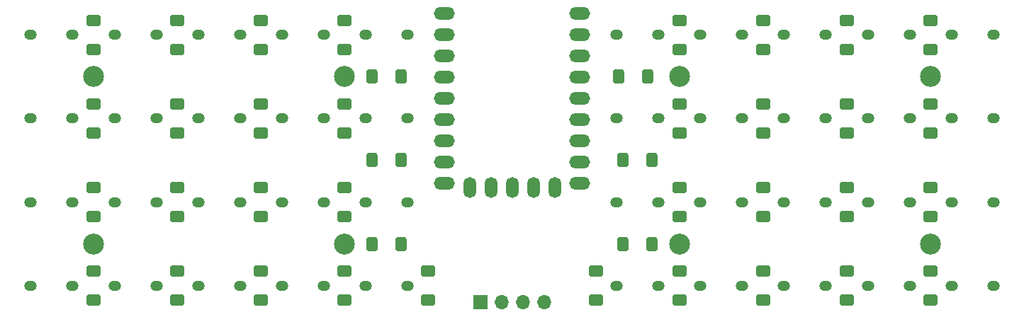
<source format=gbr>
%TF.GenerationSoftware,KiCad,Pcbnew,7.0.8*%
%TF.CreationDate,2023-10-14T21:27:48-05:00*%
%TF.ProjectId,buinchiez40,6275696e-6368-4696-957a-34302e6b6963,rev?*%
%TF.SameCoordinates,Original*%
%TF.FileFunction,Soldermask,Top*%
%TF.FilePolarity,Negative*%
%FSLAX46Y46*%
G04 Gerber Fmt 4.6, Leading zero omitted, Abs format (unit mm)*
G04 Created by KiCad (PCBNEW 7.0.8) date 2023-10-14 21:27:48*
%MOMM*%
%LPD*%
G01*
G04 APERTURE LIST*
G04 Aperture macros list*
%AMRoundRect*
0 Rectangle with rounded corners*
0 $1 Rounding radius*
0 $2 $3 $4 $5 $6 $7 $8 $9 X,Y pos of 4 corners*
0 Add a 4 corners polygon primitive as box body*
4,1,4,$2,$3,$4,$5,$6,$7,$8,$9,$2,$3,0*
0 Add four circle primitives for the rounded corners*
1,1,$1+$1,$2,$3*
1,1,$1+$1,$4,$5*
1,1,$1+$1,$6,$7*
1,1,$1+$1,$8,$9*
0 Add four rect primitives between the rounded corners*
20,1,$1+$1,$2,$3,$4,$5,0*
20,1,$1+$1,$4,$5,$6,$7,0*
20,1,$1+$1,$6,$7,$8,$9,0*
20,1,$1+$1,$8,$9,$2,$3,0*%
G04 Aperture macros list end*
%ADD10C,2.500000*%
%ADD11O,2.500000X1.500000*%
%ADD12O,1.500000X2.500000*%
%ADD13O,1.524000X1.224000*%
%ADD14R,1.700000X1.700000*%
%ADD15O,1.700000X1.700000*%
%ADD16RoundRect,0.250000X0.600000X-0.400000X0.600000X0.400000X-0.600000X0.400000X-0.600000X-0.400000X0*%
%ADD17RoundRect,0.250000X0.400000X0.600000X-0.400000X0.600000X-0.400000X-0.600000X0.400000X-0.600000X0*%
%ADD18RoundRect,0.250000X-0.400000X-0.600000X0.400000X-0.600000X0.400000X0.600000X-0.400000X0.600000X0*%
G04 APERTURE END LIST*
D10*
%TO.C,H8*%
X195000000Y-85000000D03*
%TD*%
%TO.C,H7*%
X165000000Y-85000000D03*
%TD*%
%TO.C,H6*%
X125000000Y-85000000D03*
%TD*%
%TO.C,H5*%
X95000000Y-85000000D03*
%TD*%
%TO.C,H4*%
X195000000Y-65000000D03*
%TD*%
%TO.C,H3*%
X165000000Y-65000000D03*
%TD*%
%TO.C,H2*%
X125000000Y-65000000D03*
%TD*%
%TO.C,H1*%
X95000000Y-65000000D03*
%TD*%
D11*
%TO.C,U1*%
X136880000Y-57460000D03*
X136880000Y-60000000D03*
X136880000Y-62540000D03*
X136880000Y-65080000D03*
X136880000Y-67620000D03*
X136880000Y-70160000D03*
X136880000Y-72700000D03*
X136880000Y-75240000D03*
X136880000Y-77780000D03*
D12*
X139920000Y-78280000D03*
X142460000Y-78280000D03*
X145000000Y-78280000D03*
X147540000Y-78280000D03*
X150080000Y-78280000D03*
D11*
X153120000Y-77780000D03*
X153120000Y-75240000D03*
X153120000Y-72700000D03*
X153120000Y-70160000D03*
X153120000Y-67620000D03*
X153120000Y-65080000D03*
X153120000Y-62540000D03*
X153120000Y-60000000D03*
X153120000Y-57460000D03*
%TD*%
D13*
%TO.C,SW17*%
X167500000Y-70000000D03*
X172500000Y-70000000D03*
%TD*%
D14*
%TO.C,J1*%
X141210000Y-92000000D03*
D15*
X143750000Y-92000000D03*
X146290000Y-92000000D03*
X148830000Y-92000000D03*
%TD*%
D16*
%TO.C,D29*%
X185000000Y-81750000D03*
X185000000Y-78250000D03*
%TD*%
%TO.C,D20*%
X195000000Y-71750000D03*
X195000000Y-68250000D03*
%TD*%
D13*
%TO.C,SW38*%
X177500000Y-90000000D03*
X182500000Y-90000000D03*
%TD*%
%TO.C,SW27*%
X167500000Y-80000000D03*
X172500000Y-80000000D03*
%TD*%
%TO.C,SW28*%
X177500000Y-80000000D03*
X182500000Y-80000000D03*
%TD*%
D17*
%TO.C,D25*%
X131750000Y-85000000D03*
X128250000Y-85000000D03*
%TD*%
D13*
%TO.C,SW7*%
X167500000Y-60000000D03*
X172500000Y-60000000D03*
%TD*%
%TO.C,SW6*%
X157500000Y-60000000D03*
X162500000Y-60000000D03*
%TD*%
%TO.C,SW31*%
X92500000Y-90000000D03*
X87500000Y-90000000D03*
%TD*%
%TO.C,SW23*%
X112500000Y-80000000D03*
X107500000Y-80000000D03*
%TD*%
D16*
%TO.C,D21*%
X95000000Y-81750000D03*
X95000000Y-78250000D03*
%TD*%
D13*
%TO.C,SW34*%
X122500000Y-90000000D03*
X117500000Y-90000000D03*
%TD*%
%TO.C,SW1*%
X92500000Y-60000000D03*
X87500000Y-60000000D03*
%TD*%
D16*
%TO.C,D40*%
X195000000Y-91750000D03*
X195000000Y-88250000D03*
%TD*%
D17*
%TO.C,D15*%
X131750000Y-75000000D03*
X128250000Y-75000000D03*
%TD*%
D13*
%TO.C,SW20*%
X197500000Y-70000000D03*
X202500000Y-70000000D03*
%TD*%
D16*
%TO.C,D27*%
X165000000Y-81750000D03*
X165000000Y-78250000D03*
%TD*%
D18*
%TO.C,D16*%
X158250000Y-75000000D03*
X161750000Y-75000000D03*
%TD*%
D13*
%TO.C,SW35*%
X132500000Y-90000000D03*
X127500000Y-90000000D03*
%TD*%
D16*
%TO.C,D19*%
X185000000Y-71750000D03*
X185000000Y-68250000D03*
%TD*%
%TO.C,D11*%
X95000000Y-71750000D03*
X95000000Y-68250000D03*
%TD*%
%TO.C,D37*%
X165000000Y-91750000D03*
X165000000Y-88250000D03*
%TD*%
D13*
%TO.C,SW15*%
X132500000Y-70000000D03*
X127500000Y-70000000D03*
%TD*%
%TO.C,SW12*%
X102500000Y-70000000D03*
X97500000Y-70000000D03*
%TD*%
%TO.C,SW8*%
X177500000Y-60000000D03*
X182500000Y-60000000D03*
%TD*%
D18*
%TO.C,D26*%
X158250000Y-85000000D03*
X161750000Y-85000000D03*
%TD*%
D13*
%TO.C,SW2*%
X102500000Y-60000000D03*
X97500000Y-60000000D03*
%TD*%
D18*
%TO.C,D6*%
X157750000Y-65000000D03*
X161250000Y-65000000D03*
%TD*%
D16*
%TO.C,D9*%
X185000000Y-61750000D03*
X185000000Y-58250000D03*
%TD*%
D13*
%TO.C,SW25*%
X132500000Y-80000000D03*
X127500000Y-80000000D03*
%TD*%
D16*
%TO.C,D36*%
X155000000Y-91750000D03*
X155000000Y-88250000D03*
%TD*%
%TO.C,D18*%
X175000000Y-71750000D03*
X175000000Y-68250000D03*
%TD*%
D13*
%TO.C,SW3*%
X112500000Y-60000000D03*
X107500000Y-60000000D03*
%TD*%
%TO.C,SW10*%
X197500000Y-60000000D03*
X202500000Y-60000000D03*
%TD*%
D16*
%TO.C,D38*%
X175000000Y-91750000D03*
X175000000Y-88250000D03*
%TD*%
%TO.C,D31*%
X95000000Y-91750000D03*
X95000000Y-88250000D03*
%TD*%
D13*
%TO.C,SW9*%
X187500000Y-60000000D03*
X192500000Y-60000000D03*
%TD*%
D16*
%TO.C,D2*%
X105000000Y-61750000D03*
X105000000Y-58250000D03*
%TD*%
%TO.C,D10*%
X195000000Y-61750000D03*
X195000000Y-58250000D03*
%TD*%
D13*
%TO.C,SW11*%
X92500000Y-70000000D03*
X87500000Y-70000000D03*
%TD*%
D16*
%TO.C,D23*%
X115000000Y-81750000D03*
X115000000Y-78250000D03*
%TD*%
%TO.C,D13*%
X115000000Y-71750000D03*
X115000000Y-68250000D03*
%TD*%
D13*
%TO.C,SW21*%
X92500000Y-80000000D03*
X87500000Y-80000000D03*
%TD*%
D16*
%TO.C,D3*%
X115000000Y-61750000D03*
X115000000Y-58250000D03*
%TD*%
%TO.C,D35*%
X135000000Y-91750000D03*
X135000000Y-88250000D03*
%TD*%
D13*
%TO.C,SW19*%
X187500000Y-70000000D03*
X192500000Y-70000000D03*
%TD*%
D16*
%TO.C,D33*%
X115000000Y-91750000D03*
X115000000Y-88250000D03*
%TD*%
D13*
%TO.C,SW14*%
X122500000Y-70000000D03*
X117500000Y-70000000D03*
%TD*%
%TO.C,SW16*%
X157500000Y-70000000D03*
X162500000Y-70000000D03*
%TD*%
D16*
%TO.C,D14*%
X125000000Y-71750000D03*
X125000000Y-68250000D03*
%TD*%
D13*
%TO.C,SW26*%
X157500000Y-80000000D03*
X162500000Y-80000000D03*
%TD*%
D16*
%TO.C,D28*%
X175000000Y-81750000D03*
X175000000Y-78250000D03*
%TD*%
D13*
%TO.C,SW32*%
X102500000Y-90000000D03*
X97500000Y-90000000D03*
%TD*%
%TO.C,SW30*%
X197500000Y-80000000D03*
X202500000Y-80000000D03*
%TD*%
D16*
%TO.C,D8*%
X175000000Y-61750000D03*
X175000000Y-58250000D03*
%TD*%
D13*
%TO.C,SW22*%
X102500000Y-80000000D03*
X97500000Y-80000000D03*
%TD*%
D16*
%TO.C,D4*%
X125000000Y-61750000D03*
X125000000Y-58250000D03*
%TD*%
D13*
%TO.C,SW37*%
X167500000Y-90000000D03*
X172500000Y-90000000D03*
%TD*%
%TO.C,SW39*%
X187500000Y-90000000D03*
X192500000Y-90000000D03*
%TD*%
%TO.C,SW5*%
X132500000Y-60000000D03*
X127500000Y-60000000D03*
%TD*%
D16*
%TO.C,D24*%
X125000000Y-81750000D03*
X125000000Y-78250000D03*
%TD*%
%TO.C,D32*%
X105000000Y-91750000D03*
X105000000Y-88250000D03*
%TD*%
D17*
%TO.C,D5*%
X128250000Y-65000000D03*
X131750000Y-65000000D03*
%TD*%
D16*
%TO.C,D17*%
X165000000Y-71750000D03*
X165000000Y-68250000D03*
%TD*%
D13*
%TO.C,SW13*%
X112500000Y-70000000D03*
X107500000Y-70000000D03*
%TD*%
%TO.C,SW29*%
X187500000Y-80000000D03*
X192500000Y-80000000D03*
%TD*%
D16*
%TO.C,D34*%
X125000000Y-91750000D03*
X125000000Y-88250000D03*
%TD*%
D13*
%TO.C,SW4*%
X122500000Y-60000000D03*
X117500000Y-60000000D03*
%TD*%
%TO.C,SW18*%
X177500000Y-70000000D03*
X182500000Y-70000000D03*
%TD*%
D16*
%TO.C,D7*%
X165000000Y-61750000D03*
X165000000Y-58250000D03*
%TD*%
%TO.C,D12*%
X105000000Y-71750000D03*
X105000000Y-68250000D03*
%TD*%
D13*
%TO.C,SW24*%
X122500000Y-80000000D03*
X117500000Y-80000000D03*
%TD*%
D16*
%TO.C,D22*%
X105000000Y-81750000D03*
X105000000Y-78250000D03*
%TD*%
%TO.C,D1*%
X95000000Y-61750000D03*
X95000000Y-58250000D03*
%TD*%
D13*
%TO.C,SW33*%
X112500000Y-90000000D03*
X107500000Y-90000000D03*
%TD*%
%TO.C,SW36*%
X157500000Y-90000000D03*
X162500000Y-90000000D03*
%TD*%
D16*
%TO.C,D30*%
X195000000Y-81750000D03*
X195000000Y-78250000D03*
%TD*%
D13*
%TO.C,SW40*%
X197500000Y-90000000D03*
X202500000Y-90000000D03*
%TD*%
D16*
%TO.C,D39*%
X185000000Y-91750000D03*
X185000000Y-88250000D03*
%TD*%
M02*

</source>
